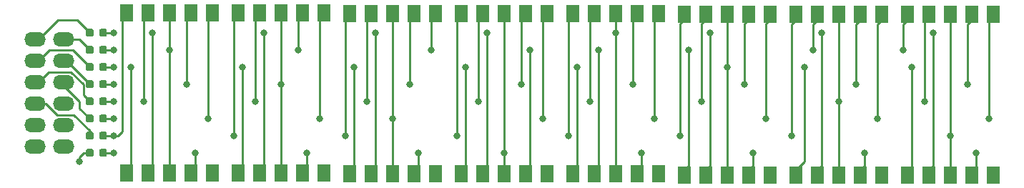
<source format=gtl>
G04 #@! TF.GenerationSoftware,KiCad,Pcbnew,5.1.4+dfsg1-1*
G04 #@! TF.CreationDate,2019-11-19T11:58:45-08:00*
G04 #@! TF.ProjectId,pmod-7-segment-v3,706d6f64-2d37-42d7-9365-676d656e742d,rev?*
G04 #@! TF.SameCoordinates,PX1f7d860PY56b8320*
G04 #@! TF.FileFunction,Copper,L1,Top*
G04 #@! TF.FilePolarity,Positive*
%FSLAX46Y46*%
G04 Gerber Fmt 4.6, Leading zero omitted, Abs format (unit mm)*
G04 Created by KiCad (PCBNEW 5.1.4+dfsg1-1) date 2019-11-19 11:58:45*
%MOMM*%
%LPD*%
G04 APERTURE LIST*
%ADD10O,2.540000X1.700000*%
%ADD11C,0.100000*%
%ADD12C,0.875000*%
%ADD13R,1.500000X2.000000*%
%ADD14C,0.800000*%
%ADD15C,0.250000*%
G04 APERTURE END LIST*
D10*
X5226000Y-17018000D03*
X1886000Y-17018000D03*
X5226000Y-14478000D03*
X1886000Y-14478000D03*
X5226000Y-11938000D03*
X1886000Y-11938000D03*
X5226000Y-9398000D03*
X1886000Y-9398000D03*
X5226000Y-6858000D03*
X1886000Y-6858000D03*
X5226000Y-4318000D03*
X1886000Y-4318000D03*
D11*
G36*
X8596691Y-3082053D02*
G01*
X8617926Y-3085203D01*
X8638750Y-3090419D01*
X8658962Y-3097651D01*
X8678368Y-3106830D01*
X8696781Y-3117866D01*
X8714024Y-3130654D01*
X8729930Y-3145070D01*
X8744346Y-3160976D01*
X8757134Y-3178219D01*
X8768170Y-3196632D01*
X8777349Y-3216038D01*
X8784581Y-3236250D01*
X8789797Y-3257074D01*
X8792947Y-3278309D01*
X8794000Y-3299750D01*
X8794000Y-3812250D01*
X8792947Y-3833691D01*
X8789797Y-3854926D01*
X8784581Y-3875750D01*
X8777349Y-3895962D01*
X8768170Y-3915368D01*
X8757134Y-3933781D01*
X8744346Y-3951024D01*
X8729930Y-3966930D01*
X8714024Y-3981346D01*
X8696781Y-3994134D01*
X8678368Y-4005170D01*
X8658962Y-4014349D01*
X8638750Y-4021581D01*
X8617926Y-4026797D01*
X8596691Y-4029947D01*
X8575250Y-4031000D01*
X8137750Y-4031000D01*
X8116309Y-4029947D01*
X8095074Y-4026797D01*
X8074250Y-4021581D01*
X8054038Y-4014349D01*
X8034632Y-4005170D01*
X8016219Y-3994134D01*
X7998976Y-3981346D01*
X7983070Y-3966930D01*
X7968654Y-3951024D01*
X7955866Y-3933781D01*
X7944830Y-3915368D01*
X7935651Y-3895962D01*
X7928419Y-3875750D01*
X7923203Y-3854926D01*
X7920053Y-3833691D01*
X7919000Y-3812250D01*
X7919000Y-3299750D01*
X7920053Y-3278309D01*
X7923203Y-3257074D01*
X7928419Y-3236250D01*
X7935651Y-3216038D01*
X7944830Y-3196632D01*
X7955866Y-3178219D01*
X7968654Y-3160976D01*
X7983070Y-3145070D01*
X7998976Y-3130654D01*
X8016219Y-3117866D01*
X8034632Y-3106830D01*
X8054038Y-3097651D01*
X8074250Y-3090419D01*
X8095074Y-3085203D01*
X8116309Y-3082053D01*
X8137750Y-3081000D01*
X8575250Y-3081000D01*
X8596691Y-3082053D01*
X8596691Y-3082053D01*
G37*
D12*
X8356500Y-3556000D03*
D11*
G36*
X10171691Y-3082053D02*
G01*
X10192926Y-3085203D01*
X10213750Y-3090419D01*
X10233962Y-3097651D01*
X10253368Y-3106830D01*
X10271781Y-3117866D01*
X10289024Y-3130654D01*
X10304930Y-3145070D01*
X10319346Y-3160976D01*
X10332134Y-3178219D01*
X10343170Y-3196632D01*
X10352349Y-3216038D01*
X10359581Y-3236250D01*
X10364797Y-3257074D01*
X10367947Y-3278309D01*
X10369000Y-3299750D01*
X10369000Y-3812250D01*
X10367947Y-3833691D01*
X10364797Y-3854926D01*
X10359581Y-3875750D01*
X10352349Y-3895962D01*
X10343170Y-3915368D01*
X10332134Y-3933781D01*
X10319346Y-3951024D01*
X10304930Y-3966930D01*
X10289024Y-3981346D01*
X10271781Y-3994134D01*
X10253368Y-4005170D01*
X10233962Y-4014349D01*
X10213750Y-4021581D01*
X10192926Y-4026797D01*
X10171691Y-4029947D01*
X10150250Y-4031000D01*
X9712750Y-4031000D01*
X9691309Y-4029947D01*
X9670074Y-4026797D01*
X9649250Y-4021581D01*
X9629038Y-4014349D01*
X9609632Y-4005170D01*
X9591219Y-3994134D01*
X9573976Y-3981346D01*
X9558070Y-3966930D01*
X9543654Y-3951024D01*
X9530866Y-3933781D01*
X9519830Y-3915368D01*
X9510651Y-3895962D01*
X9503419Y-3875750D01*
X9498203Y-3854926D01*
X9495053Y-3833691D01*
X9494000Y-3812250D01*
X9494000Y-3299750D01*
X9495053Y-3278309D01*
X9498203Y-3257074D01*
X9503419Y-3236250D01*
X9510651Y-3216038D01*
X9519830Y-3196632D01*
X9530866Y-3178219D01*
X9543654Y-3160976D01*
X9558070Y-3145070D01*
X9573976Y-3130654D01*
X9591219Y-3117866D01*
X9609632Y-3106830D01*
X9629038Y-3097651D01*
X9649250Y-3090419D01*
X9670074Y-3085203D01*
X9691309Y-3082053D01*
X9712750Y-3081000D01*
X10150250Y-3081000D01*
X10171691Y-3082053D01*
X10171691Y-3082053D01*
G37*
D12*
X9931500Y-3556000D03*
D11*
G36*
X8596691Y-5114053D02*
G01*
X8617926Y-5117203D01*
X8638750Y-5122419D01*
X8658962Y-5129651D01*
X8678368Y-5138830D01*
X8696781Y-5149866D01*
X8714024Y-5162654D01*
X8729930Y-5177070D01*
X8744346Y-5192976D01*
X8757134Y-5210219D01*
X8768170Y-5228632D01*
X8777349Y-5248038D01*
X8784581Y-5268250D01*
X8789797Y-5289074D01*
X8792947Y-5310309D01*
X8794000Y-5331750D01*
X8794000Y-5844250D01*
X8792947Y-5865691D01*
X8789797Y-5886926D01*
X8784581Y-5907750D01*
X8777349Y-5927962D01*
X8768170Y-5947368D01*
X8757134Y-5965781D01*
X8744346Y-5983024D01*
X8729930Y-5998930D01*
X8714024Y-6013346D01*
X8696781Y-6026134D01*
X8678368Y-6037170D01*
X8658962Y-6046349D01*
X8638750Y-6053581D01*
X8617926Y-6058797D01*
X8596691Y-6061947D01*
X8575250Y-6063000D01*
X8137750Y-6063000D01*
X8116309Y-6061947D01*
X8095074Y-6058797D01*
X8074250Y-6053581D01*
X8054038Y-6046349D01*
X8034632Y-6037170D01*
X8016219Y-6026134D01*
X7998976Y-6013346D01*
X7983070Y-5998930D01*
X7968654Y-5983024D01*
X7955866Y-5965781D01*
X7944830Y-5947368D01*
X7935651Y-5927962D01*
X7928419Y-5907750D01*
X7923203Y-5886926D01*
X7920053Y-5865691D01*
X7919000Y-5844250D01*
X7919000Y-5331750D01*
X7920053Y-5310309D01*
X7923203Y-5289074D01*
X7928419Y-5268250D01*
X7935651Y-5248038D01*
X7944830Y-5228632D01*
X7955866Y-5210219D01*
X7968654Y-5192976D01*
X7983070Y-5177070D01*
X7998976Y-5162654D01*
X8016219Y-5149866D01*
X8034632Y-5138830D01*
X8054038Y-5129651D01*
X8074250Y-5122419D01*
X8095074Y-5117203D01*
X8116309Y-5114053D01*
X8137750Y-5113000D01*
X8575250Y-5113000D01*
X8596691Y-5114053D01*
X8596691Y-5114053D01*
G37*
D12*
X8356500Y-5588000D03*
D11*
G36*
X10171691Y-5114053D02*
G01*
X10192926Y-5117203D01*
X10213750Y-5122419D01*
X10233962Y-5129651D01*
X10253368Y-5138830D01*
X10271781Y-5149866D01*
X10289024Y-5162654D01*
X10304930Y-5177070D01*
X10319346Y-5192976D01*
X10332134Y-5210219D01*
X10343170Y-5228632D01*
X10352349Y-5248038D01*
X10359581Y-5268250D01*
X10364797Y-5289074D01*
X10367947Y-5310309D01*
X10369000Y-5331750D01*
X10369000Y-5844250D01*
X10367947Y-5865691D01*
X10364797Y-5886926D01*
X10359581Y-5907750D01*
X10352349Y-5927962D01*
X10343170Y-5947368D01*
X10332134Y-5965781D01*
X10319346Y-5983024D01*
X10304930Y-5998930D01*
X10289024Y-6013346D01*
X10271781Y-6026134D01*
X10253368Y-6037170D01*
X10233962Y-6046349D01*
X10213750Y-6053581D01*
X10192926Y-6058797D01*
X10171691Y-6061947D01*
X10150250Y-6063000D01*
X9712750Y-6063000D01*
X9691309Y-6061947D01*
X9670074Y-6058797D01*
X9649250Y-6053581D01*
X9629038Y-6046349D01*
X9609632Y-6037170D01*
X9591219Y-6026134D01*
X9573976Y-6013346D01*
X9558070Y-5998930D01*
X9543654Y-5983024D01*
X9530866Y-5965781D01*
X9519830Y-5947368D01*
X9510651Y-5927962D01*
X9503419Y-5907750D01*
X9498203Y-5886926D01*
X9495053Y-5865691D01*
X9494000Y-5844250D01*
X9494000Y-5331750D01*
X9495053Y-5310309D01*
X9498203Y-5289074D01*
X9503419Y-5268250D01*
X9510651Y-5248038D01*
X9519830Y-5228632D01*
X9530866Y-5210219D01*
X9543654Y-5192976D01*
X9558070Y-5177070D01*
X9573976Y-5162654D01*
X9591219Y-5149866D01*
X9609632Y-5138830D01*
X9629038Y-5129651D01*
X9649250Y-5122419D01*
X9670074Y-5117203D01*
X9691309Y-5114053D01*
X9712750Y-5113000D01*
X10150250Y-5113000D01*
X10171691Y-5114053D01*
X10171691Y-5114053D01*
G37*
D12*
X9931500Y-5588000D03*
D11*
G36*
X8596691Y-7146053D02*
G01*
X8617926Y-7149203D01*
X8638750Y-7154419D01*
X8658962Y-7161651D01*
X8678368Y-7170830D01*
X8696781Y-7181866D01*
X8714024Y-7194654D01*
X8729930Y-7209070D01*
X8744346Y-7224976D01*
X8757134Y-7242219D01*
X8768170Y-7260632D01*
X8777349Y-7280038D01*
X8784581Y-7300250D01*
X8789797Y-7321074D01*
X8792947Y-7342309D01*
X8794000Y-7363750D01*
X8794000Y-7876250D01*
X8792947Y-7897691D01*
X8789797Y-7918926D01*
X8784581Y-7939750D01*
X8777349Y-7959962D01*
X8768170Y-7979368D01*
X8757134Y-7997781D01*
X8744346Y-8015024D01*
X8729930Y-8030930D01*
X8714024Y-8045346D01*
X8696781Y-8058134D01*
X8678368Y-8069170D01*
X8658962Y-8078349D01*
X8638750Y-8085581D01*
X8617926Y-8090797D01*
X8596691Y-8093947D01*
X8575250Y-8095000D01*
X8137750Y-8095000D01*
X8116309Y-8093947D01*
X8095074Y-8090797D01*
X8074250Y-8085581D01*
X8054038Y-8078349D01*
X8034632Y-8069170D01*
X8016219Y-8058134D01*
X7998976Y-8045346D01*
X7983070Y-8030930D01*
X7968654Y-8015024D01*
X7955866Y-7997781D01*
X7944830Y-7979368D01*
X7935651Y-7959962D01*
X7928419Y-7939750D01*
X7923203Y-7918926D01*
X7920053Y-7897691D01*
X7919000Y-7876250D01*
X7919000Y-7363750D01*
X7920053Y-7342309D01*
X7923203Y-7321074D01*
X7928419Y-7300250D01*
X7935651Y-7280038D01*
X7944830Y-7260632D01*
X7955866Y-7242219D01*
X7968654Y-7224976D01*
X7983070Y-7209070D01*
X7998976Y-7194654D01*
X8016219Y-7181866D01*
X8034632Y-7170830D01*
X8054038Y-7161651D01*
X8074250Y-7154419D01*
X8095074Y-7149203D01*
X8116309Y-7146053D01*
X8137750Y-7145000D01*
X8575250Y-7145000D01*
X8596691Y-7146053D01*
X8596691Y-7146053D01*
G37*
D12*
X8356500Y-7620000D03*
D11*
G36*
X10171691Y-7146053D02*
G01*
X10192926Y-7149203D01*
X10213750Y-7154419D01*
X10233962Y-7161651D01*
X10253368Y-7170830D01*
X10271781Y-7181866D01*
X10289024Y-7194654D01*
X10304930Y-7209070D01*
X10319346Y-7224976D01*
X10332134Y-7242219D01*
X10343170Y-7260632D01*
X10352349Y-7280038D01*
X10359581Y-7300250D01*
X10364797Y-7321074D01*
X10367947Y-7342309D01*
X10369000Y-7363750D01*
X10369000Y-7876250D01*
X10367947Y-7897691D01*
X10364797Y-7918926D01*
X10359581Y-7939750D01*
X10352349Y-7959962D01*
X10343170Y-7979368D01*
X10332134Y-7997781D01*
X10319346Y-8015024D01*
X10304930Y-8030930D01*
X10289024Y-8045346D01*
X10271781Y-8058134D01*
X10253368Y-8069170D01*
X10233962Y-8078349D01*
X10213750Y-8085581D01*
X10192926Y-8090797D01*
X10171691Y-8093947D01*
X10150250Y-8095000D01*
X9712750Y-8095000D01*
X9691309Y-8093947D01*
X9670074Y-8090797D01*
X9649250Y-8085581D01*
X9629038Y-8078349D01*
X9609632Y-8069170D01*
X9591219Y-8058134D01*
X9573976Y-8045346D01*
X9558070Y-8030930D01*
X9543654Y-8015024D01*
X9530866Y-7997781D01*
X9519830Y-7979368D01*
X9510651Y-7959962D01*
X9503419Y-7939750D01*
X9498203Y-7918926D01*
X9495053Y-7897691D01*
X9494000Y-7876250D01*
X9494000Y-7363750D01*
X9495053Y-7342309D01*
X9498203Y-7321074D01*
X9503419Y-7300250D01*
X9510651Y-7280038D01*
X9519830Y-7260632D01*
X9530866Y-7242219D01*
X9543654Y-7224976D01*
X9558070Y-7209070D01*
X9573976Y-7194654D01*
X9591219Y-7181866D01*
X9609632Y-7170830D01*
X9629038Y-7161651D01*
X9649250Y-7154419D01*
X9670074Y-7149203D01*
X9691309Y-7146053D01*
X9712750Y-7145000D01*
X10150250Y-7145000D01*
X10171691Y-7146053D01*
X10171691Y-7146053D01*
G37*
D12*
X9931500Y-7620000D03*
D11*
G36*
X8596691Y-9178053D02*
G01*
X8617926Y-9181203D01*
X8638750Y-9186419D01*
X8658962Y-9193651D01*
X8678368Y-9202830D01*
X8696781Y-9213866D01*
X8714024Y-9226654D01*
X8729930Y-9241070D01*
X8744346Y-9256976D01*
X8757134Y-9274219D01*
X8768170Y-9292632D01*
X8777349Y-9312038D01*
X8784581Y-9332250D01*
X8789797Y-9353074D01*
X8792947Y-9374309D01*
X8794000Y-9395750D01*
X8794000Y-9908250D01*
X8792947Y-9929691D01*
X8789797Y-9950926D01*
X8784581Y-9971750D01*
X8777349Y-9991962D01*
X8768170Y-10011368D01*
X8757134Y-10029781D01*
X8744346Y-10047024D01*
X8729930Y-10062930D01*
X8714024Y-10077346D01*
X8696781Y-10090134D01*
X8678368Y-10101170D01*
X8658962Y-10110349D01*
X8638750Y-10117581D01*
X8617926Y-10122797D01*
X8596691Y-10125947D01*
X8575250Y-10127000D01*
X8137750Y-10127000D01*
X8116309Y-10125947D01*
X8095074Y-10122797D01*
X8074250Y-10117581D01*
X8054038Y-10110349D01*
X8034632Y-10101170D01*
X8016219Y-10090134D01*
X7998976Y-10077346D01*
X7983070Y-10062930D01*
X7968654Y-10047024D01*
X7955866Y-10029781D01*
X7944830Y-10011368D01*
X7935651Y-9991962D01*
X7928419Y-9971750D01*
X7923203Y-9950926D01*
X7920053Y-9929691D01*
X7919000Y-9908250D01*
X7919000Y-9395750D01*
X7920053Y-9374309D01*
X7923203Y-9353074D01*
X7928419Y-9332250D01*
X7935651Y-9312038D01*
X7944830Y-9292632D01*
X7955866Y-9274219D01*
X7968654Y-9256976D01*
X7983070Y-9241070D01*
X7998976Y-9226654D01*
X8016219Y-9213866D01*
X8034632Y-9202830D01*
X8054038Y-9193651D01*
X8074250Y-9186419D01*
X8095074Y-9181203D01*
X8116309Y-9178053D01*
X8137750Y-9177000D01*
X8575250Y-9177000D01*
X8596691Y-9178053D01*
X8596691Y-9178053D01*
G37*
D12*
X8356500Y-9652000D03*
D11*
G36*
X10171691Y-9178053D02*
G01*
X10192926Y-9181203D01*
X10213750Y-9186419D01*
X10233962Y-9193651D01*
X10253368Y-9202830D01*
X10271781Y-9213866D01*
X10289024Y-9226654D01*
X10304930Y-9241070D01*
X10319346Y-9256976D01*
X10332134Y-9274219D01*
X10343170Y-9292632D01*
X10352349Y-9312038D01*
X10359581Y-9332250D01*
X10364797Y-9353074D01*
X10367947Y-9374309D01*
X10369000Y-9395750D01*
X10369000Y-9908250D01*
X10367947Y-9929691D01*
X10364797Y-9950926D01*
X10359581Y-9971750D01*
X10352349Y-9991962D01*
X10343170Y-10011368D01*
X10332134Y-10029781D01*
X10319346Y-10047024D01*
X10304930Y-10062930D01*
X10289024Y-10077346D01*
X10271781Y-10090134D01*
X10253368Y-10101170D01*
X10233962Y-10110349D01*
X10213750Y-10117581D01*
X10192926Y-10122797D01*
X10171691Y-10125947D01*
X10150250Y-10127000D01*
X9712750Y-10127000D01*
X9691309Y-10125947D01*
X9670074Y-10122797D01*
X9649250Y-10117581D01*
X9629038Y-10110349D01*
X9609632Y-10101170D01*
X9591219Y-10090134D01*
X9573976Y-10077346D01*
X9558070Y-10062930D01*
X9543654Y-10047024D01*
X9530866Y-10029781D01*
X9519830Y-10011368D01*
X9510651Y-9991962D01*
X9503419Y-9971750D01*
X9498203Y-9950926D01*
X9495053Y-9929691D01*
X9494000Y-9908250D01*
X9494000Y-9395750D01*
X9495053Y-9374309D01*
X9498203Y-9353074D01*
X9503419Y-9332250D01*
X9510651Y-9312038D01*
X9519830Y-9292632D01*
X9530866Y-9274219D01*
X9543654Y-9256976D01*
X9558070Y-9241070D01*
X9573976Y-9226654D01*
X9591219Y-9213866D01*
X9609632Y-9202830D01*
X9629038Y-9193651D01*
X9649250Y-9186419D01*
X9670074Y-9181203D01*
X9691309Y-9178053D01*
X9712750Y-9177000D01*
X10150250Y-9177000D01*
X10171691Y-9178053D01*
X10171691Y-9178053D01*
G37*
D12*
X9931500Y-9652000D03*
D11*
G36*
X8596691Y-11210053D02*
G01*
X8617926Y-11213203D01*
X8638750Y-11218419D01*
X8658962Y-11225651D01*
X8678368Y-11234830D01*
X8696781Y-11245866D01*
X8714024Y-11258654D01*
X8729930Y-11273070D01*
X8744346Y-11288976D01*
X8757134Y-11306219D01*
X8768170Y-11324632D01*
X8777349Y-11344038D01*
X8784581Y-11364250D01*
X8789797Y-11385074D01*
X8792947Y-11406309D01*
X8794000Y-11427750D01*
X8794000Y-11940250D01*
X8792947Y-11961691D01*
X8789797Y-11982926D01*
X8784581Y-12003750D01*
X8777349Y-12023962D01*
X8768170Y-12043368D01*
X8757134Y-12061781D01*
X8744346Y-12079024D01*
X8729930Y-12094930D01*
X8714024Y-12109346D01*
X8696781Y-12122134D01*
X8678368Y-12133170D01*
X8658962Y-12142349D01*
X8638750Y-12149581D01*
X8617926Y-12154797D01*
X8596691Y-12157947D01*
X8575250Y-12159000D01*
X8137750Y-12159000D01*
X8116309Y-12157947D01*
X8095074Y-12154797D01*
X8074250Y-12149581D01*
X8054038Y-12142349D01*
X8034632Y-12133170D01*
X8016219Y-12122134D01*
X7998976Y-12109346D01*
X7983070Y-12094930D01*
X7968654Y-12079024D01*
X7955866Y-12061781D01*
X7944830Y-12043368D01*
X7935651Y-12023962D01*
X7928419Y-12003750D01*
X7923203Y-11982926D01*
X7920053Y-11961691D01*
X7919000Y-11940250D01*
X7919000Y-11427750D01*
X7920053Y-11406309D01*
X7923203Y-11385074D01*
X7928419Y-11364250D01*
X7935651Y-11344038D01*
X7944830Y-11324632D01*
X7955866Y-11306219D01*
X7968654Y-11288976D01*
X7983070Y-11273070D01*
X7998976Y-11258654D01*
X8016219Y-11245866D01*
X8034632Y-11234830D01*
X8054038Y-11225651D01*
X8074250Y-11218419D01*
X8095074Y-11213203D01*
X8116309Y-11210053D01*
X8137750Y-11209000D01*
X8575250Y-11209000D01*
X8596691Y-11210053D01*
X8596691Y-11210053D01*
G37*
D12*
X8356500Y-11684000D03*
D11*
G36*
X10171691Y-11210053D02*
G01*
X10192926Y-11213203D01*
X10213750Y-11218419D01*
X10233962Y-11225651D01*
X10253368Y-11234830D01*
X10271781Y-11245866D01*
X10289024Y-11258654D01*
X10304930Y-11273070D01*
X10319346Y-11288976D01*
X10332134Y-11306219D01*
X10343170Y-11324632D01*
X10352349Y-11344038D01*
X10359581Y-11364250D01*
X10364797Y-11385074D01*
X10367947Y-11406309D01*
X10369000Y-11427750D01*
X10369000Y-11940250D01*
X10367947Y-11961691D01*
X10364797Y-11982926D01*
X10359581Y-12003750D01*
X10352349Y-12023962D01*
X10343170Y-12043368D01*
X10332134Y-12061781D01*
X10319346Y-12079024D01*
X10304930Y-12094930D01*
X10289024Y-12109346D01*
X10271781Y-12122134D01*
X10253368Y-12133170D01*
X10233962Y-12142349D01*
X10213750Y-12149581D01*
X10192926Y-12154797D01*
X10171691Y-12157947D01*
X10150250Y-12159000D01*
X9712750Y-12159000D01*
X9691309Y-12157947D01*
X9670074Y-12154797D01*
X9649250Y-12149581D01*
X9629038Y-12142349D01*
X9609632Y-12133170D01*
X9591219Y-12122134D01*
X9573976Y-12109346D01*
X9558070Y-12094930D01*
X9543654Y-12079024D01*
X9530866Y-12061781D01*
X9519830Y-12043368D01*
X9510651Y-12023962D01*
X9503419Y-12003750D01*
X9498203Y-11982926D01*
X9495053Y-11961691D01*
X9494000Y-11940250D01*
X9494000Y-11427750D01*
X9495053Y-11406309D01*
X9498203Y-11385074D01*
X9503419Y-11364250D01*
X9510651Y-11344038D01*
X9519830Y-11324632D01*
X9530866Y-11306219D01*
X9543654Y-11288976D01*
X9558070Y-11273070D01*
X9573976Y-11258654D01*
X9591219Y-11245866D01*
X9609632Y-11234830D01*
X9629038Y-11225651D01*
X9649250Y-11218419D01*
X9670074Y-11213203D01*
X9691309Y-11210053D01*
X9712750Y-11209000D01*
X10150250Y-11209000D01*
X10171691Y-11210053D01*
X10171691Y-11210053D01*
G37*
D12*
X9931500Y-11684000D03*
D11*
G36*
X8596691Y-13242053D02*
G01*
X8617926Y-13245203D01*
X8638750Y-13250419D01*
X8658962Y-13257651D01*
X8678368Y-13266830D01*
X8696781Y-13277866D01*
X8714024Y-13290654D01*
X8729930Y-13305070D01*
X8744346Y-13320976D01*
X8757134Y-13338219D01*
X8768170Y-13356632D01*
X8777349Y-13376038D01*
X8784581Y-13396250D01*
X8789797Y-13417074D01*
X8792947Y-13438309D01*
X8794000Y-13459750D01*
X8794000Y-13972250D01*
X8792947Y-13993691D01*
X8789797Y-14014926D01*
X8784581Y-14035750D01*
X8777349Y-14055962D01*
X8768170Y-14075368D01*
X8757134Y-14093781D01*
X8744346Y-14111024D01*
X8729930Y-14126930D01*
X8714024Y-14141346D01*
X8696781Y-14154134D01*
X8678368Y-14165170D01*
X8658962Y-14174349D01*
X8638750Y-14181581D01*
X8617926Y-14186797D01*
X8596691Y-14189947D01*
X8575250Y-14191000D01*
X8137750Y-14191000D01*
X8116309Y-14189947D01*
X8095074Y-14186797D01*
X8074250Y-14181581D01*
X8054038Y-14174349D01*
X8034632Y-14165170D01*
X8016219Y-14154134D01*
X7998976Y-14141346D01*
X7983070Y-14126930D01*
X7968654Y-14111024D01*
X7955866Y-14093781D01*
X7944830Y-14075368D01*
X7935651Y-14055962D01*
X7928419Y-14035750D01*
X7923203Y-14014926D01*
X7920053Y-13993691D01*
X7919000Y-13972250D01*
X7919000Y-13459750D01*
X7920053Y-13438309D01*
X7923203Y-13417074D01*
X7928419Y-13396250D01*
X7935651Y-13376038D01*
X7944830Y-13356632D01*
X7955866Y-13338219D01*
X7968654Y-13320976D01*
X7983070Y-13305070D01*
X7998976Y-13290654D01*
X8016219Y-13277866D01*
X8034632Y-13266830D01*
X8054038Y-13257651D01*
X8074250Y-13250419D01*
X8095074Y-13245203D01*
X8116309Y-13242053D01*
X8137750Y-13241000D01*
X8575250Y-13241000D01*
X8596691Y-13242053D01*
X8596691Y-13242053D01*
G37*
D12*
X8356500Y-13716000D03*
D11*
G36*
X10171691Y-13242053D02*
G01*
X10192926Y-13245203D01*
X10213750Y-13250419D01*
X10233962Y-13257651D01*
X10253368Y-13266830D01*
X10271781Y-13277866D01*
X10289024Y-13290654D01*
X10304930Y-13305070D01*
X10319346Y-13320976D01*
X10332134Y-13338219D01*
X10343170Y-13356632D01*
X10352349Y-13376038D01*
X10359581Y-13396250D01*
X10364797Y-13417074D01*
X10367947Y-13438309D01*
X10369000Y-13459750D01*
X10369000Y-13972250D01*
X10367947Y-13993691D01*
X10364797Y-14014926D01*
X10359581Y-14035750D01*
X10352349Y-14055962D01*
X10343170Y-14075368D01*
X10332134Y-14093781D01*
X10319346Y-14111024D01*
X10304930Y-14126930D01*
X10289024Y-14141346D01*
X10271781Y-14154134D01*
X10253368Y-14165170D01*
X10233962Y-14174349D01*
X10213750Y-14181581D01*
X10192926Y-14186797D01*
X10171691Y-14189947D01*
X10150250Y-14191000D01*
X9712750Y-14191000D01*
X9691309Y-14189947D01*
X9670074Y-14186797D01*
X9649250Y-14181581D01*
X9629038Y-14174349D01*
X9609632Y-14165170D01*
X9591219Y-14154134D01*
X9573976Y-14141346D01*
X9558070Y-14126930D01*
X9543654Y-14111024D01*
X9530866Y-14093781D01*
X9519830Y-14075368D01*
X9510651Y-14055962D01*
X9503419Y-14035750D01*
X9498203Y-14014926D01*
X9495053Y-13993691D01*
X9494000Y-13972250D01*
X9494000Y-13459750D01*
X9495053Y-13438309D01*
X9498203Y-13417074D01*
X9503419Y-13396250D01*
X9510651Y-13376038D01*
X9519830Y-13356632D01*
X9530866Y-13338219D01*
X9543654Y-13320976D01*
X9558070Y-13305070D01*
X9573976Y-13290654D01*
X9591219Y-13277866D01*
X9609632Y-13266830D01*
X9629038Y-13257651D01*
X9649250Y-13250419D01*
X9670074Y-13245203D01*
X9691309Y-13242053D01*
X9712750Y-13241000D01*
X10150250Y-13241000D01*
X10171691Y-13242053D01*
X10171691Y-13242053D01*
G37*
D12*
X9931500Y-13716000D03*
D11*
G36*
X8596691Y-15274053D02*
G01*
X8617926Y-15277203D01*
X8638750Y-15282419D01*
X8658962Y-15289651D01*
X8678368Y-15298830D01*
X8696781Y-15309866D01*
X8714024Y-15322654D01*
X8729930Y-15337070D01*
X8744346Y-15352976D01*
X8757134Y-15370219D01*
X8768170Y-15388632D01*
X8777349Y-15408038D01*
X8784581Y-15428250D01*
X8789797Y-15449074D01*
X8792947Y-15470309D01*
X8794000Y-15491750D01*
X8794000Y-16004250D01*
X8792947Y-16025691D01*
X8789797Y-16046926D01*
X8784581Y-16067750D01*
X8777349Y-16087962D01*
X8768170Y-16107368D01*
X8757134Y-16125781D01*
X8744346Y-16143024D01*
X8729930Y-16158930D01*
X8714024Y-16173346D01*
X8696781Y-16186134D01*
X8678368Y-16197170D01*
X8658962Y-16206349D01*
X8638750Y-16213581D01*
X8617926Y-16218797D01*
X8596691Y-16221947D01*
X8575250Y-16223000D01*
X8137750Y-16223000D01*
X8116309Y-16221947D01*
X8095074Y-16218797D01*
X8074250Y-16213581D01*
X8054038Y-16206349D01*
X8034632Y-16197170D01*
X8016219Y-16186134D01*
X7998976Y-16173346D01*
X7983070Y-16158930D01*
X7968654Y-16143024D01*
X7955866Y-16125781D01*
X7944830Y-16107368D01*
X7935651Y-16087962D01*
X7928419Y-16067750D01*
X7923203Y-16046926D01*
X7920053Y-16025691D01*
X7919000Y-16004250D01*
X7919000Y-15491750D01*
X7920053Y-15470309D01*
X7923203Y-15449074D01*
X7928419Y-15428250D01*
X7935651Y-15408038D01*
X7944830Y-15388632D01*
X7955866Y-15370219D01*
X7968654Y-15352976D01*
X7983070Y-15337070D01*
X7998976Y-15322654D01*
X8016219Y-15309866D01*
X8034632Y-15298830D01*
X8054038Y-15289651D01*
X8074250Y-15282419D01*
X8095074Y-15277203D01*
X8116309Y-15274053D01*
X8137750Y-15273000D01*
X8575250Y-15273000D01*
X8596691Y-15274053D01*
X8596691Y-15274053D01*
G37*
D12*
X8356500Y-15748000D03*
D11*
G36*
X10171691Y-15274053D02*
G01*
X10192926Y-15277203D01*
X10213750Y-15282419D01*
X10233962Y-15289651D01*
X10253368Y-15298830D01*
X10271781Y-15309866D01*
X10289024Y-15322654D01*
X10304930Y-15337070D01*
X10319346Y-15352976D01*
X10332134Y-15370219D01*
X10343170Y-15388632D01*
X10352349Y-15408038D01*
X10359581Y-15428250D01*
X10364797Y-15449074D01*
X10367947Y-15470309D01*
X10369000Y-15491750D01*
X10369000Y-16004250D01*
X10367947Y-16025691D01*
X10364797Y-16046926D01*
X10359581Y-16067750D01*
X10352349Y-16087962D01*
X10343170Y-16107368D01*
X10332134Y-16125781D01*
X10319346Y-16143024D01*
X10304930Y-16158930D01*
X10289024Y-16173346D01*
X10271781Y-16186134D01*
X10253368Y-16197170D01*
X10233962Y-16206349D01*
X10213750Y-16213581D01*
X10192926Y-16218797D01*
X10171691Y-16221947D01*
X10150250Y-16223000D01*
X9712750Y-16223000D01*
X9691309Y-16221947D01*
X9670074Y-16218797D01*
X9649250Y-16213581D01*
X9629038Y-16206349D01*
X9609632Y-16197170D01*
X9591219Y-16186134D01*
X9573976Y-16173346D01*
X9558070Y-16158930D01*
X9543654Y-16143024D01*
X9530866Y-16125781D01*
X9519830Y-16107368D01*
X9510651Y-16087962D01*
X9503419Y-16067750D01*
X9498203Y-16046926D01*
X9495053Y-16025691D01*
X9494000Y-16004250D01*
X9494000Y-15491750D01*
X9495053Y-15470309D01*
X9498203Y-15449074D01*
X9503419Y-15428250D01*
X9510651Y-15408038D01*
X9519830Y-15388632D01*
X9530866Y-15370219D01*
X9543654Y-15352976D01*
X9558070Y-15337070D01*
X9573976Y-15322654D01*
X9591219Y-15309866D01*
X9609632Y-15298830D01*
X9629038Y-15289651D01*
X9649250Y-15282419D01*
X9670074Y-15277203D01*
X9691309Y-15274053D01*
X9712750Y-15273000D01*
X10150250Y-15273000D01*
X10171691Y-15274053D01*
X10171691Y-15274053D01*
G37*
D12*
X9931500Y-15748000D03*
D11*
G36*
X8596691Y-17306053D02*
G01*
X8617926Y-17309203D01*
X8638750Y-17314419D01*
X8658962Y-17321651D01*
X8678368Y-17330830D01*
X8696781Y-17341866D01*
X8714024Y-17354654D01*
X8729930Y-17369070D01*
X8744346Y-17384976D01*
X8757134Y-17402219D01*
X8768170Y-17420632D01*
X8777349Y-17440038D01*
X8784581Y-17460250D01*
X8789797Y-17481074D01*
X8792947Y-17502309D01*
X8794000Y-17523750D01*
X8794000Y-18036250D01*
X8792947Y-18057691D01*
X8789797Y-18078926D01*
X8784581Y-18099750D01*
X8777349Y-18119962D01*
X8768170Y-18139368D01*
X8757134Y-18157781D01*
X8744346Y-18175024D01*
X8729930Y-18190930D01*
X8714024Y-18205346D01*
X8696781Y-18218134D01*
X8678368Y-18229170D01*
X8658962Y-18238349D01*
X8638750Y-18245581D01*
X8617926Y-18250797D01*
X8596691Y-18253947D01*
X8575250Y-18255000D01*
X8137750Y-18255000D01*
X8116309Y-18253947D01*
X8095074Y-18250797D01*
X8074250Y-18245581D01*
X8054038Y-18238349D01*
X8034632Y-18229170D01*
X8016219Y-18218134D01*
X7998976Y-18205346D01*
X7983070Y-18190930D01*
X7968654Y-18175024D01*
X7955866Y-18157781D01*
X7944830Y-18139368D01*
X7935651Y-18119962D01*
X7928419Y-18099750D01*
X7923203Y-18078926D01*
X7920053Y-18057691D01*
X7919000Y-18036250D01*
X7919000Y-17523750D01*
X7920053Y-17502309D01*
X7923203Y-17481074D01*
X7928419Y-17460250D01*
X7935651Y-17440038D01*
X7944830Y-17420632D01*
X7955866Y-17402219D01*
X7968654Y-17384976D01*
X7983070Y-17369070D01*
X7998976Y-17354654D01*
X8016219Y-17341866D01*
X8034632Y-17330830D01*
X8054038Y-17321651D01*
X8074250Y-17314419D01*
X8095074Y-17309203D01*
X8116309Y-17306053D01*
X8137750Y-17305000D01*
X8575250Y-17305000D01*
X8596691Y-17306053D01*
X8596691Y-17306053D01*
G37*
D12*
X8356500Y-17780000D03*
D11*
G36*
X10171691Y-17306053D02*
G01*
X10192926Y-17309203D01*
X10213750Y-17314419D01*
X10233962Y-17321651D01*
X10253368Y-17330830D01*
X10271781Y-17341866D01*
X10289024Y-17354654D01*
X10304930Y-17369070D01*
X10319346Y-17384976D01*
X10332134Y-17402219D01*
X10343170Y-17420632D01*
X10352349Y-17440038D01*
X10359581Y-17460250D01*
X10364797Y-17481074D01*
X10367947Y-17502309D01*
X10369000Y-17523750D01*
X10369000Y-18036250D01*
X10367947Y-18057691D01*
X10364797Y-18078926D01*
X10359581Y-18099750D01*
X10352349Y-18119962D01*
X10343170Y-18139368D01*
X10332134Y-18157781D01*
X10319346Y-18175024D01*
X10304930Y-18190930D01*
X10289024Y-18205346D01*
X10271781Y-18218134D01*
X10253368Y-18229170D01*
X10233962Y-18238349D01*
X10213750Y-18245581D01*
X10192926Y-18250797D01*
X10171691Y-18253947D01*
X10150250Y-18255000D01*
X9712750Y-18255000D01*
X9691309Y-18253947D01*
X9670074Y-18250797D01*
X9649250Y-18245581D01*
X9629038Y-18238349D01*
X9609632Y-18229170D01*
X9591219Y-18218134D01*
X9573976Y-18205346D01*
X9558070Y-18190930D01*
X9543654Y-18175024D01*
X9530866Y-18157781D01*
X9519830Y-18139368D01*
X9510651Y-18119962D01*
X9503419Y-18099750D01*
X9498203Y-18078926D01*
X9495053Y-18057691D01*
X9494000Y-18036250D01*
X9494000Y-17523750D01*
X9495053Y-17502309D01*
X9498203Y-17481074D01*
X9503419Y-17460250D01*
X9510651Y-17440038D01*
X9519830Y-17420632D01*
X9530866Y-17402219D01*
X9543654Y-17384976D01*
X9558070Y-17369070D01*
X9573976Y-17354654D01*
X9591219Y-17341866D01*
X9609632Y-17330830D01*
X9629038Y-17321651D01*
X9649250Y-17314419D01*
X9670074Y-17309203D01*
X9691309Y-17306053D01*
X9712750Y-17305000D01*
X10150250Y-17305000D01*
X10171691Y-17306053D01*
X10171691Y-17306053D01*
G37*
D12*
X9931500Y-17780000D03*
D13*
X105156000Y-1411999D03*
X107696000Y-1411999D03*
X112776000Y-1411999D03*
X115316000Y-1411999D03*
X110236000Y-1411999D03*
X115316000Y-20411999D03*
X112776000Y-20411999D03*
X107696000Y-20411999D03*
X105156000Y-20411999D03*
X110236000Y-20411999D03*
X91948000Y-1411999D03*
X94488000Y-1411999D03*
X99568000Y-1411999D03*
X102108000Y-1411999D03*
X97028000Y-1411999D03*
X102108000Y-20411999D03*
X99568000Y-20411999D03*
X94488000Y-20411999D03*
X91948000Y-20411999D03*
X97028000Y-20411999D03*
X78786000Y-1411999D03*
X81326000Y-1411999D03*
X86406000Y-1411999D03*
X88946000Y-1411999D03*
X83866000Y-1411999D03*
X88946000Y-20411999D03*
X86406000Y-20411999D03*
X81326000Y-20411999D03*
X78786000Y-20411999D03*
X83866000Y-20411999D03*
X65532000Y-1255999D03*
X68072000Y-1255999D03*
X73152000Y-1255999D03*
X75692000Y-1255999D03*
X70612000Y-1255999D03*
X75692000Y-20255999D03*
X73152000Y-20255999D03*
X68072000Y-20255999D03*
X65532000Y-20255999D03*
X70612000Y-20255999D03*
X52324000Y-1255999D03*
X54864000Y-1255999D03*
X59944000Y-1255999D03*
X62484000Y-1255999D03*
X57404000Y-1255999D03*
X62484000Y-20255999D03*
X59944000Y-20255999D03*
X54864000Y-20255999D03*
X52324000Y-20255999D03*
X57404000Y-20255999D03*
X39162000Y-1255999D03*
X41702000Y-1255999D03*
X46782000Y-1255999D03*
X49322000Y-1255999D03*
X44242000Y-1255999D03*
X49322000Y-20255999D03*
X46782000Y-20255999D03*
X41702000Y-20255999D03*
X39162000Y-20255999D03*
X44242000Y-20255999D03*
X25908000Y-1168000D03*
X28448000Y-1168000D03*
X33528000Y-1168000D03*
X36068000Y-1168000D03*
X30988000Y-1168000D03*
X36068000Y-20168000D03*
X33528000Y-20168000D03*
X28448000Y-20168000D03*
X25908000Y-20168000D03*
X30988000Y-20168000D03*
X12700000Y-1168000D03*
X15240000Y-1168000D03*
X20320000Y-1168000D03*
X22860000Y-1168000D03*
X17780000Y-1168000D03*
X22860000Y-20168000D03*
X20320000Y-20168000D03*
X15240000Y-20168000D03*
X12700000Y-20168000D03*
X17780000Y-20168000D03*
D14*
X7112000Y-18796000D03*
X11176000Y-15748000D03*
X110236000Y-15748000D03*
X91440000Y-15748000D03*
X78232000Y-15748000D03*
X65024000Y-15748000D03*
X51816000Y-15748000D03*
X38608000Y-15748000D03*
X25400000Y-15748000D03*
X11176000Y-11684000D03*
X107188000Y-11684000D03*
X97028000Y-11684000D03*
X80772000Y-11684000D03*
X67564000Y-11684000D03*
X54356000Y-11684000D03*
X41148000Y-11684000D03*
X27940000Y-11684000D03*
X14732000Y-11684000D03*
X11176000Y-9652000D03*
X112268000Y-9652000D03*
X85852000Y-9652000D03*
X99060000Y-9652000D03*
X30988000Y-9652000D03*
X72644000Y-9652000D03*
X59436000Y-9652000D03*
X46228000Y-9652000D03*
X19812000Y-9652000D03*
X11176000Y-13716000D03*
X114808000Y-13716000D03*
X88392000Y-13716000D03*
X101600000Y-13716000D03*
X44196000Y-13716000D03*
X75184000Y-13716000D03*
X61976000Y-13716000D03*
X35560000Y-13716000D03*
X22352000Y-13716000D03*
X11176000Y-5588000D03*
X104648000Y-5588000D03*
X93980000Y-5588000D03*
X79248000Y-5588000D03*
X17780000Y-5588000D03*
X68580000Y-5588000D03*
X60452000Y-5588000D03*
X48768000Y-5588000D03*
X33020000Y-5588000D03*
X11176000Y-17780000D03*
X113284000Y-17780000D03*
X100076000Y-17780000D03*
X86868000Y-17780000D03*
X57404000Y-17780000D03*
X73660000Y-17780000D03*
X47244000Y-17780000D03*
X34036000Y-17780000D03*
X20828000Y-17780000D03*
X11176000Y-3556000D03*
X108204000Y-3556000D03*
X94996000Y-3556000D03*
X81788000Y-3556000D03*
X70612000Y-3556000D03*
X55372000Y-3556000D03*
X42164000Y-3556000D03*
X28956000Y-3556000D03*
X15748000Y-3556000D03*
X11176000Y-7620000D03*
X105664000Y-7620000D03*
X92964000Y-7620000D03*
X83866000Y-7666000D03*
X66040000Y-7620000D03*
X52832000Y-7620000D03*
X39624000Y-7620000D03*
X26416000Y-7620000D03*
X13208000Y-7620000D03*
D15*
X7112000Y-18796000D02*
X7112000Y-18288000D01*
X7112000Y-18288000D02*
X7620000Y-17780000D01*
X7620000Y-17780000D02*
X8356500Y-17780000D01*
X8356500Y-15173000D02*
X8356500Y-15748000D01*
X6486490Y-13302990D02*
X8356500Y-15173000D01*
X4509275Y-13302990D02*
X6486490Y-13302990D01*
X3144285Y-11938000D02*
X4509275Y-13302990D01*
X2286000Y-11938000D02*
X3144285Y-11938000D01*
X7143980Y-11715980D02*
X4826000Y-9398000D01*
X7143980Y-12503480D02*
X7143980Y-11715980D01*
X8356500Y-13716000D02*
X7143980Y-12503480D01*
X3461010Y-8222990D02*
X2286000Y-9398000D01*
X6132705Y-8222990D02*
X3461010Y-8222990D01*
X7593990Y-10921490D02*
X7593990Y-9684275D01*
X7593990Y-9684275D02*
X6132705Y-8222990D01*
X8356500Y-11684000D02*
X7593990Y-10921490D01*
X5562500Y-6858000D02*
X4826000Y-6858000D01*
X8356500Y-9652000D02*
X5562500Y-6858000D01*
X8356500Y-7620000D02*
X6324500Y-5588000D01*
X3556000Y-5588000D02*
X2286000Y-6858000D01*
X6324500Y-5588000D02*
X3556000Y-5588000D01*
X7086500Y-4318000D02*
X4826000Y-4318000D01*
X8356500Y-5588000D02*
X7086500Y-4318000D01*
X6832500Y-2032000D02*
X4572000Y-2032000D01*
X4572000Y-2032000D02*
X2286000Y-4318000D01*
X8356500Y-3556000D02*
X6832500Y-2032000D01*
X9931500Y-15748000D02*
X11176000Y-15748000D01*
X110236000Y-15748000D02*
X110236000Y-20411999D01*
X110236000Y-15748000D02*
X110236000Y-1411999D01*
X91948000Y-1411999D02*
X91948000Y-2032000D01*
X91948000Y-2032000D02*
X91440000Y-2540000D01*
X91440000Y-2540000D02*
X91440000Y-15748000D01*
X78786000Y-1411999D02*
X78786000Y-1986000D01*
X78786000Y-1986000D02*
X78232000Y-2540000D01*
X78232000Y-2540000D02*
X78232000Y-15748000D01*
X65532000Y-1255999D02*
X65532000Y-1524000D01*
X65024000Y-2032000D02*
X65024000Y-15748000D01*
X65532000Y-1524000D02*
X65024000Y-2032000D01*
X52324000Y-1255999D02*
X51816000Y-1763999D01*
X51816000Y-1763999D02*
X51816000Y-15748000D01*
X39162000Y-1505999D02*
X38635999Y-2032000D01*
X39162000Y-1255999D02*
X39162000Y-1505999D01*
X38635999Y-15720001D02*
X38608000Y-15748000D01*
X38635999Y-2032000D02*
X38635999Y-15720001D01*
X25908000Y-1168000D02*
X25908000Y-1524000D01*
X25908000Y-1524000D02*
X25400000Y-2032000D01*
X25400000Y-2032000D02*
X25400000Y-15748000D01*
X12700000Y-1168000D02*
X12700000Y-1524000D01*
X12700000Y-1524000D02*
X12192000Y-2032000D01*
X12192000Y-2032000D02*
X12192000Y-15240000D01*
X12192000Y-15240000D02*
X11684000Y-15748000D01*
X11684000Y-15748000D02*
X11176000Y-15748000D01*
X9931500Y-11684000D02*
X11176000Y-11684000D01*
X107188000Y-1919999D02*
X107696000Y-1411999D01*
X107188000Y-11684000D02*
X107188000Y-1919999D01*
X97028000Y-20411999D02*
X97028000Y-11684000D01*
X97028000Y-11684000D02*
X97028000Y-1411999D01*
X81326000Y-1411999D02*
X81326000Y-1986000D01*
X80772000Y-2540000D02*
X80772000Y-11684000D01*
X81326000Y-1986000D02*
X80772000Y-2540000D01*
X68072000Y-1255999D02*
X68072000Y-1524000D01*
X67564000Y-2032000D02*
X67564000Y-11684000D01*
X68072000Y-1524000D02*
X67564000Y-2032000D01*
X54864000Y-1255999D02*
X54864000Y-1524000D01*
X54864000Y-1524000D02*
X54356000Y-2032000D01*
X54356000Y-2032000D02*
X54356000Y-11684000D01*
X41702000Y-1255999D02*
X41702000Y-1478000D01*
X41702000Y-1478000D02*
X41148000Y-2032000D01*
X41148000Y-2032000D02*
X41148000Y-11684000D01*
X28448000Y-1168000D02*
X28448000Y-1524000D01*
X27940000Y-2032000D02*
X27940000Y-11684000D01*
X28448000Y-1524000D02*
X27940000Y-2032000D01*
X15240000Y-1168000D02*
X15240000Y-1524000D01*
X15240000Y-1524000D02*
X14732000Y-2032000D01*
X14732000Y-2032000D02*
X14732000Y-11684000D01*
X9931500Y-9652000D02*
X11176000Y-9652000D01*
X112776000Y-1411999D02*
X112776000Y-2032000D01*
X112268000Y-2540000D02*
X112268000Y-9652000D01*
X112776000Y-2032000D02*
X112268000Y-2540000D01*
X86406000Y-1411999D02*
X86406000Y-1986000D01*
X85852000Y-2540000D02*
X85852000Y-9652000D01*
X86406000Y-1986000D02*
X85852000Y-2540000D01*
X99568000Y-1411999D02*
X99568000Y-2032000D01*
X99568000Y-2032000D02*
X99060000Y-2540000D01*
X99060000Y-2540000D02*
X99060000Y-9652000D01*
X30988000Y-1168000D02*
X30988000Y-9652000D01*
X30988000Y-9652000D02*
X30988000Y-20168000D01*
X73152000Y-1255999D02*
X73152000Y-1524000D01*
X73152000Y-1524000D02*
X72644000Y-2032000D01*
X72644000Y-2032000D02*
X72644000Y-9652000D01*
X59944000Y-1255999D02*
X59944000Y-1524000D01*
X59436000Y-2032000D02*
X59436000Y-9652000D01*
X59944000Y-1524000D02*
X59436000Y-2032000D01*
X46782000Y-1255999D02*
X46782000Y-1478000D01*
X46782000Y-1478000D02*
X46228000Y-2032000D01*
X46228000Y-2032000D02*
X46228000Y-9652000D01*
X20320000Y-1168000D02*
X20320000Y-1524000D01*
X20320000Y-1524000D02*
X19812000Y-2032000D01*
X19812000Y-2032000D02*
X19812000Y-9652000D01*
X9931500Y-13716000D02*
X11176000Y-13716000D01*
X114808000Y-1919999D02*
X115316000Y-1411999D01*
X114808000Y-13716000D02*
X114808000Y-1919999D01*
X88946000Y-1411999D02*
X88946000Y-1986000D01*
X88392000Y-2540000D02*
X88392000Y-13716000D01*
X88946000Y-1986000D02*
X88392000Y-2540000D01*
X102108000Y-1411999D02*
X102108000Y-2032000D01*
X102108000Y-2032000D02*
X101600000Y-2540000D01*
X101600000Y-2540000D02*
X101600000Y-13716000D01*
X44242000Y-13762000D02*
X44196000Y-13716000D01*
X44242000Y-20255999D02*
X44242000Y-13762000D01*
X44196000Y-1301999D02*
X44242000Y-1255999D01*
X44196000Y-13716000D02*
X44196000Y-1301999D01*
X75692000Y-1255999D02*
X75184000Y-1763999D01*
X75184000Y-1763999D02*
X75184000Y-13716000D01*
X62484000Y-1505999D02*
X61976000Y-2013999D01*
X62484000Y-1255999D02*
X62484000Y-1505999D01*
X61976000Y-2013999D02*
X61976000Y-2032000D01*
X61976000Y-2032000D02*
X61976000Y-13716000D01*
X36068000Y-1168000D02*
X36068000Y-1524000D01*
X35560000Y-2032000D02*
X35560000Y-13716000D01*
X36068000Y-1524000D02*
X35560000Y-2032000D01*
X22860000Y-1168000D02*
X22860000Y-1524000D01*
X22352000Y-2032000D02*
X22352000Y-13716000D01*
X22860000Y-1524000D02*
X22352000Y-2032000D01*
X9931500Y-5588000D02*
X11176000Y-5588000D01*
X105156000Y-1411999D02*
X105156000Y-2032000D01*
X104648000Y-2540000D02*
X104648000Y-5588000D01*
X105156000Y-2032000D02*
X104648000Y-2540000D01*
X94488000Y-1411999D02*
X94488000Y-2032000D01*
X93980000Y-2540000D02*
X93980000Y-5588000D01*
X94488000Y-2032000D02*
X93980000Y-2540000D01*
X78786000Y-20411999D02*
X78786000Y-19766000D01*
X78786000Y-19766000D02*
X79248000Y-19304000D01*
X79248000Y-19304000D02*
X79248000Y-5588000D01*
X17780000Y-1168000D02*
X17780000Y-5588000D01*
X17780000Y-5588000D02*
X17780000Y-20168000D01*
X68072000Y-20255999D02*
X68072000Y-19812000D01*
X68072000Y-19812000D02*
X68580000Y-19304000D01*
X68580000Y-19304000D02*
X68580000Y-5588000D01*
X59944000Y-19812000D02*
X59944000Y-20255999D01*
X60452000Y-5588000D02*
X60452000Y-19304000D01*
X60452000Y-19304000D02*
X59944000Y-19812000D01*
X49322000Y-1255999D02*
X49322000Y-1478000D01*
X49322000Y-1478000D02*
X48768000Y-2032000D01*
X48768000Y-2032000D02*
X48768000Y-5588000D01*
X33528000Y-1168000D02*
X33528000Y-1524000D01*
X33020000Y-2032000D02*
X33020000Y-5588000D01*
X33528000Y-1524000D02*
X33020000Y-2032000D01*
X9931500Y-17780000D02*
X11176000Y-17780000D01*
X113284000Y-19903999D02*
X112776000Y-20411999D01*
X113284000Y-17780000D02*
X113284000Y-19903999D01*
X99568000Y-20411999D02*
X99568000Y-19812000D01*
X99568000Y-19812000D02*
X100076000Y-19304000D01*
X100076000Y-19304000D02*
X100076000Y-17780000D01*
X86406000Y-20411999D02*
X86406000Y-19766000D01*
X86406000Y-19766000D02*
X86868000Y-19304000D01*
X86868000Y-19304000D02*
X86868000Y-17780000D01*
X57404000Y-20255999D02*
X57404000Y-17780000D01*
X57404000Y-17780000D02*
X57404000Y-1255999D01*
X73152000Y-20255999D02*
X73152000Y-19812000D01*
X73152000Y-19812000D02*
X73660000Y-19304000D01*
X73660000Y-19304000D02*
X73660000Y-17780000D01*
X46782000Y-20255999D02*
X46782000Y-19766000D01*
X47244000Y-19304000D02*
X47244000Y-17780000D01*
X46782000Y-19766000D02*
X47244000Y-19304000D01*
X33528000Y-20168000D02*
X33528000Y-19812000D01*
X33528000Y-19812000D02*
X34036000Y-19304000D01*
X34036000Y-19304000D02*
X34036000Y-17780000D01*
X20320000Y-20168000D02*
X20320000Y-19812000D01*
X20320000Y-19812000D02*
X20828000Y-19304000D01*
X20828000Y-19304000D02*
X20828000Y-17780000D01*
X9931500Y-3556000D02*
X11176000Y-3556000D01*
X107696000Y-20411999D02*
X107696000Y-19812000D01*
X107696000Y-19812000D02*
X108204000Y-19304000D01*
X108204000Y-19304000D02*
X108204000Y-3556000D01*
X94488000Y-20411999D02*
X94488000Y-19812000D01*
X94488000Y-19812000D02*
X94996000Y-19304000D01*
X94996000Y-19304000D02*
X94996000Y-3556000D01*
X81326000Y-20411999D02*
X81326000Y-19766000D01*
X81788000Y-19304000D02*
X81788000Y-3556000D01*
X81326000Y-19766000D02*
X81788000Y-19304000D01*
X70612000Y-20255999D02*
X70612000Y-3556000D01*
X70612000Y-1255999D02*
X70612000Y-3556000D01*
X55372000Y-19304000D02*
X54864000Y-19812000D01*
X54864000Y-19812000D02*
X54864000Y-20255999D01*
X55372000Y-3556000D02*
X55372000Y-19304000D01*
X41702000Y-20255999D02*
X41702000Y-19766000D01*
X41702000Y-19766000D02*
X42164000Y-19304000D01*
X42164000Y-19304000D02*
X42164000Y-3556000D01*
X28448000Y-20168000D02*
X28448000Y-19812000D01*
X28448000Y-19812000D02*
X28956000Y-19304000D01*
X28956000Y-19304000D02*
X28956000Y-3556000D01*
X15240000Y-19918000D02*
X15748000Y-19410000D01*
X15240000Y-20168000D02*
X15240000Y-19918000D01*
X15748000Y-19410000D02*
X15748000Y-3556000D01*
X9931500Y-7620000D02*
X11176000Y-7620000D01*
X105664000Y-19903999D02*
X105156000Y-20411999D01*
X105664000Y-7620000D02*
X105664000Y-19903999D01*
X91948000Y-20411999D02*
X91948000Y-19812000D01*
X92964000Y-18796000D02*
X92964000Y-7620000D01*
X91948000Y-19812000D02*
X92964000Y-18796000D01*
X83866000Y-20411999D02*
X83866000Y-19766000D01*
X83866000Y-20411999D02*
X83866000Y-7666000D01*
X83866000Y-7666000D02*
X83866000Y-1411999D01*
X65532000Y-20255999D02*
X65532000Y-19812000D01*
X65532000Y-19812000D02*
X66040000Y-19304000D01*
X66040000Y-19304000D02*
X66040000Y-7620000D01*
X52324000Y-19812000D02*
X52324000Y-20255999D01*
X52832000Y-19304000D02*
X52324000Y-19812000D01*
X52832000Y-7620000D02*
X52832000Y-19304000D01*
X39162000Y-20255999D02*
X39162000Y-19766000D01*
X39162000Y-19766000D02*
X39624000Y-19304000D01*
X39624000Y-19304000D02*
X39624000Y-7620000D01*
X25908000Y-20168000D02*
X25908000Y-19812000D01*
X25908000Y-19812000D02*
X26416000Y-19304000D01*
X26416000Y-19304000D02*
X26416000Y-7620000D01*
X12700000Y-20168000D02*
X12700000Y-19812000D01*
X13208000Y-19304000D02*
X13208000Y-7620000D01*
X12700000Y-19812000D02*
X13208000Y-19304000D01*
M02*

</source>
